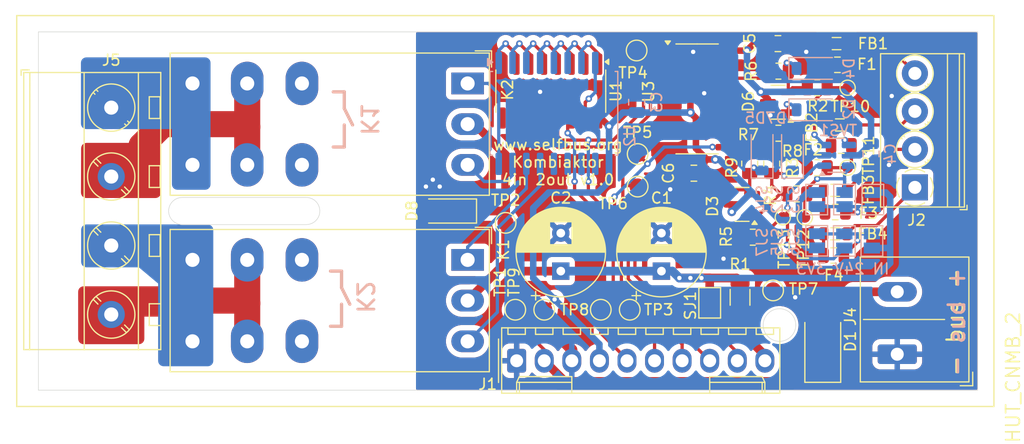
<source format=kicad_pcb>
(kicad_pcb (version 20240108) (generator "pcbnew") (generator_version "8.0")
  (layers (0 "F.Cu" signal) (31 "B.Cu" signal) (34 "B.Paste" user) (35 "F.Paste" user) (36 "B.SilkS" user "B.Silkscreen") (37 "F.SilkS" user "F.Silkscreen") (38 "B.Mask" user) (39 "F.Mask" user) (44 "Edge.Cuts" user))
  (net 0 "")
  (net 1 "GND")
  (net 2 "Net-(D2-K)")
  (net 3 "+3V3")
  (net 4 "VBUS")
  (net 5 "/EIB_DC")
  (net 6 "Net-(F1-Pad2)")
  (net 7 "Net-(F2-Pad2)")
  (net 8 "Net-(D5-K)")
  (net 9 "Net-(F3-Pad2)")
  (net 10 "Net-(D7-K)")
  (net 11 "Net-(F4-Pad2)")
  (net 12 "/IN1")
  (net 13 "/IN2")
  (net 14 "/IN3")
  (net 15 "/IN4")
  (net 16 "Net-(U2-O4)")
  (net 17 "Net-(U2-O3)")
  (net 18 "Net-(U2-O1)")
  (net 19 "Net-(U2-O2)")
  (net 24 "/PWM")
  (net 25 "/MOSI")
  (net 26 "/SSEL")
  (net 27 "/MISO")
  (net 28 "/SCK")
  (net 29 "/HV_2B")
  (net 30 "/HV_2A")
  (net 31 "/HV_1B")
  (net 32 "/HV_1A")
  (net 35 "Net-(D4-K)")
  (net 36 "/IO3F")
  (net 37 "/IO4F")
  (net 38 "/IO3")
  (net 39 "/I1D")
  (net 40 "/I2D")
  (net 41 "/I3D")
  (net 42 "/I4D")
  (net 44 "/O1")
  (net 45 "/O8")
  (net 46 "/O7")
  (net 47 "/O6")
  (net 48 "/O5")
  (net 49 "/O4")
  (net 50 "/O3")
  (net 51 "/O2")
  (net 52 "/IO4")
  (net 53 "VDD")
  (net 58 "Net-(TVS1-I{slash}O2)")
  (net 59 "Net-(TVS1-I{slash}O3)")
  (footprint "selfbus:HFE20-GENERIC-COMBO" (layer "F.Cu") (at 145.09 40.5 180)
    (property "Reference" "K2")
    (property "Value" "HFE20-1/24-1HSD-L2")
  )
  (footprint "Capacitor_THT:CP_Radial_D8.0mm_P3.50mm" (layer "F.Cu") (at 162.941 57.785 90)
    (property "Reference" "C1")
    (property "Value" "330µF/35V")
  )
  (footprint "TestPoint:TestPoint_Pad_D1.5mm" (layer "F.Cu") (at 173.228 59.563)
    (property "Reference" "TP7")
    (property "Value" "EIB_DC")
  )
  (footprint "selfbus:HUT_CNMB_2" (layer "F.Cu") (at 193.562092 70.251281 90)
    (property "Reference" "HUT_CNMB_2")
    (property "Value" "BOT")
    (fp_line (start 34.5 -88) (end 1.5 -88) (stroke (width 0.05)) (layer "Edge.Cuts"))
    (fp_line (start 1.5 -88) (end 1.5 -1.5) (stroke (width 0.05)) (layer "Edge.Cuts"))
    (fp_line (start 34.5 -1.5) (end 34.5 -88) (stroke (width 0.05)) (layer "Edge.Cuts"))
    (fp_line (start 1.5 -1.5) (end 34.5 -1.5) (stroke (width 0.05)) (layer "Edge.Cuts"))
  )
  (footprint "Diode_SMD:D_MiniMELF" (layer "F.Cu") (at 143.25 52.25 180)
    (property "Reference" "D8")
    (property "Value" "12V")
  )
  (footprint "Inductor_SMD:L_0805_2012Metric" (layer "F.Cu") (at 178.945 50.34625)
    (property "Reference" "FB3")
    (property "Value" "1.5kΩ@100MHz")
  )
  (footprint "TestPoint:TestPoint_Pad_D1.5mm" (layer "F.Cu") (at 160.75 50)
    (property "Reference" "TP6")
    (property "Value" "SCK")
  )
  (footprint "Inductor_SMD:L_0805_2012Metric" (layer "F.Cu") (at 179.07 36.83)
    (property "Reference" "FB1")
    (property "Value" "1.5kΩ@100MHz")
  )
  (footprint "Resistor_SMD:R_0805_2012Metric" (layer "F.Cu") (at 175.4075 50.673 180)
    (property "Reference" "R4")
    (property "Value" "1k")
  )
  (footprint "TestPoint:TestPoint_Pad_D1.0mm" (layer "F.Cu") (at 180.086 40.894)
    (property "Reference" "TP10")
    (property "Value" "IN1")
  )
  (footprint "Fuse:Fuse_0805_2012Metric" (layer "F.Cu") (at 179.4995 46.228 180)
    (property "Reference" "F2")
    (property "Value" "BSMD0805-005-33V")
  )
  (footprint "TestPoint:TestPoint_Pad_D1.0mm" (layer "F.Cu") (at 176.149 52.832)
    (property "Reference" "TP12")
    (property "Value" "IN3")
  )
  (footprint "Connector_Molex:Molex_KK-254_AE-6410-10A_1x10_P2.54mm_Vertical" (layer "F.Cu") (at 149.606 66.04)
    (property "Reference" "J1")
    (property "Value" "Con_CTRL")
  )
  (footprint "Capacitor_SMD:C_0805_2012Metric" (layer "F.Cu") (at 173.67 36.83)
    (property "Reference" "C5")
    (property "Value" "100n")
  )
  (footprint "Resistor_SMD:R_0805_2012Metric" (layer "F.Cu") (at 177.292 40.894 180)
    (property "Reference" "R2")
    (property "Value" "1k")
  )
  (footprint "Package_SO:SOIC-16_3.9x9.9mm_P1.27mm" (layer "F.Cu") (at 152.75 41.21 -90)
    (property "Reference" "U1")
    (property "Value" "74HC595")
  )
  (footprint "TestPoint:TestPoint_Pad_D1.5mm" (layer "F.Cu") (at 152.146 61.341)
    (property "Reference" "TP9")
    (property "Value" "3V3")
  )
  (footprint "Inductor_SMD:L_0805_2012Metric" (layer "F.Cu") (at 178.945 54.34625)
    (property "Reference" "FB4")
    (property "Value" "1.5kΩ@100MHz")
  )
  (footprint "selfbus:HFE20-GENERIC-COMBO" (layer "F.Cu") (at 145.09 56.75 180)
    (property "Reference" "K1")
    (property "Value" "HFE20-1/24-1HSD-L2")
  )
  (footprint "Capacitor_SMD:C_0805_2012Metric" (layer "F.Cu") (at 165.928 48.768 180)
    (property "Reference" "C6")
    (property "Value" "100n")
  )
  (footprint "Jumper:SolderJumper-2_P1.3mm_Open_Pad1.0x1.5mm" (layer "F.Cu") (at 167.386 60.706 90)
    (property "Reference" "SJ1")
    (property "Value" "RELAY_24V")
  )
  (footprint "TestPoint:TestPoint_Pad_D1.0mm" (layer "F.Cu") (at 174.117 52.832)
    (property "Reference" "TP13")
    (property "Value" "IN4")
  )
  (footprint "TestPoint:TestPoint_Pad_D1.5mm" (layer "F.Cu") (at 149.479 61.341)
    (property "Reference" "TP1")
    (property "Value" "VBUS")
  )
  (footprint "Inductor_SMD:L_0805_2012Metric" (layer "F.Cu") (at 179.3705 44.323)
    (property "Reference" "FB2")
    (property "Value" "1.5kΩ@100MHz")
  )
  (footprint "Resistor_SMD:R_0805_2012Metric" (layer "F.Cu") (at 171.069 47.879 -90)
    (property "Reference" "R9")
    (property "Value" "100")
  )
  (footprint "TestPoint:TestPoint_Pad_D1.5mm" (layer "F.Cu") (at 157.353 61.341)
    (property "Reference" "TP8")
    (property "Value" "PWM")
  )
  (footprint "Diode_SMD:D_SMA" (layer "F.Cu") (at 177.8 64.516 90)
    (property "Reference" "D1")
    (property "Value" "SMAJ40CA")
  )
  (footprint "Resistor_SMD:R_1206_3216Metric" (layer "F.Cu") (at 170.18 60.198 90)
    (property "Reference" "R1")
    (property "Value" "680")
  )
  (footprint "Package_TO_SOT_SMD:SOT-23" (layer "F.Cu") (at 173.6875 42.23 180)
    (property "Reference" "D6")
    (property "Value" "BAT54C")
  )
  (footprint "TestPoint:TestPoint_Pad_D1.5mm" (layer "F.Cu") (at 160.655 37.465)
    (property "Reference" "TP4")
    (property "Value" "SSEL")
  )
  (footprint "TestPoint:TestPoint_Pad_D1.0mm" (layer "F.Cu") (at 180.086 48.26)
    (property "Reference" "TP11")
    (property "Value" "IN2")
  )
  (footprint "Fuse:Fuse_0805_2012Metric" (layer "F.Cu") (at 178.8075 56.34625 180)
    (property "Reference" "F4")
    (property "Value" "BSMD0805-005-33V")
  )
  (footprint "Package_TO_SOT_SMD:SOT-23" (layer "F.Cu") (at 170.3555 51.6405 180)
    (property "Reference" "D3")
    (property "Value" "BAT54C")
  )
  (footprint "Resistor_SMD:R_0805_2012Metric" (layer "F.Cu") (at 173.7125 39.37 180)
    (property "Reference" "R6")
    (property "Value" "100")
  )
  (footprint "Resistor_SMD:R_0805_2012Metric" (layer "F.Cu") (at 177.292 48.26 180)
    (property "Reference" "R3")
    (property "Value" "1k")
  )
  (footprint "Resistor_SMD:R_0805_2012Metric" (layer "F.Cu") (at 173.101 47.879 90)
    (property "Reference" "R8")
    (property "Value" "100")
  )
  (footprint "TestPoint:TestPoint_Pad_D1.5mm" (layer "F.Cu") (at 160.75 47)
    (property "Reference" "TP5")
    (property "Value" "MISO")
  )
  (footprint "Resistor_SMD:R_0805_2012Metric" (layer "F.Cu") (at 173.7125 45.085 180)
    (property "Reference" "R7")
    (property "Value" "100")
  )
  (footprint "Fuse:Fuse_0805_2012Metric" (layer "F.Cu") (at 179.1485 38.7835 180)
    (property "Reference" "F1")
    (property "Value" "BSMD0805-005-33V")
  )
  (footprint "TerminalBlock_Phoenix:TerminalBlock_Phoenix_PT-1,5-4-3.5-H_1x04_P3.50mm_Horizontal" (layer "F.Cu") (at 186.2836 50.0732 90)
    (property "Reference" "J2")
    (property "Value" "Con_IO")
  )
  (footprint "selfbus:W243-211_1x02_P5.75" (layer "F.Cu") (at 184.658 65.44 90)
    (property "Reference" "J4")
    (property "Value" "EIB_WAGO_243-211")
  )
  (footprint "Capacitor_THT:CP_Radial_D8.0mm_P3.50mm" (layer "F.Cu") (at 153.67 57.785 90)
    (property "Reference" "C2")
    (property "Value" "330µF/35V")
  )
  (footprint "TestPoint:TestPoint_Pad_D1.5mm" (layer "F.Cu") (at 160.02 61.341)
    (property "Reference" "TP3")
    (property "Value" "MOSI")
  )
  (footprint "Package_SO:SO-16_3.9x9.9mm_P1.27mm" (layer "F.Cu") (at 166.225 41.925)
    (property "Reference" "U3")
    (property "Value" "74HC165")
  )
  (footprint "selfbus:TerminalBlock_MetzConnect_Type701_RT11L03HGLU_1x04_P6.35mm_Horizontal" (layer "F.Cu") (at 112.268 42.727996 -90)
    (property "Reference" "J5")
    (property "Value" "Con_230V")
  )
  (footprint "Fuse:Fuse_0805_2012Metric" (layer "F.Cu") (at 178.945 52.34625 180)
    (property "Reference" "F3")
    (property "Value" "BSMD0805-005-33V")
  )
  (footprint "TestPoint:TestPoint_Pad_D1.5mm" (layer "F.Cu") (at 148.59 53.34)
    (property "Reference" "TP2")
    (property "Value" "V_relay")
  )
  (footprint "Resistor_SMD:R_0805_2012Metric" (layer "F.Cu") (at 171.3503 54.6608 180)
    (property "Reference" "R5")
    (property "Value" "1k")
  )
  (footprint "Jumper:SolderJumper-2_P1.3mm_Open_Pad1.0x1.5mm" (layer "B.Cu") (at 182.3225 55.00625 90)
    (property "Reference" "SJ6")
    (property "Value" "IN4_VDD")
  )
  (footprint "Jumper:SolderJumper-2_P1.3mm_Open_Pad1.0x1.5mm" (layer "B.Cu") (at 179.7825 55.00625 90)
    (property "Reference" "SJ5")
    (property "Value" "IN4_INPUT")
  )
  (footprint "Capacitor_SMD:C_0805_2012Metric" (layer "B.Cu") (at 160.655 42.23 90)
    (property "Reference" "C3")
    (property "Value" "100n")
  )
  (footprint "Package_TO_SOT_SMD:SOT-23-6" (layer "B.Cu") (at 179.07 47.1225)
    (property "Reference" "TVS1")
    (property "Value" "USBLC6-4SC6")
  )
  (footprint "Jumper:SolderJumper-2_P1.3mm_Open_Pad1.0x1.5mm" (layer "B.Cu") (at 177.2425 51.19625 -90)
    (property "Reference" "SJ4")
    (property "Value" "IN3_3V3")
  )
  (footprint "Package_SO:SOIC-18W_7.5x11.6mm_P1.27mm" (layer "B.Cu") (at 153.035 43.255 -90)
    (property "Reference" "U2")
    (property "Value" "ULN2803A")
  )
  (footprint "Capacitor_SMD:C_0805_2012Metric" (layer "B.Cu") (at 182.245 46.99 90)
    (property "Reference" "C4")
    (property "Value" "100n")
  )
  (footprint "Diode_SMD:D_SOD-123" (layer "B.Cu") (at 172.21 46.862 90)
    (property "Reference" "D5")
    (property "Value" "DDZ9684")
  )
  (footprint "Diode_SMD:D_SOD-123" (layer "B.Cu") (at 177.038 42.926)
    (property "Reference" "D2")
    (property "Value" "DDZ9684")
  )
  (footprint "Diode_SMD:D_SOD-123" (layer "B.Cu") (at 175.006 46.862 90)
    (property "Reference" "D7")
    (property "Value" "DDZ9684")
  )
  (footprint "Jumper:SolderJumper-2_P1.3mm_Open_Pad1.0x1.5mm" (layer "B.Cu") (at 182.4075 51.19625 -90)
    (property "Reference" "SJ3")
    (property "Value" "IN3_VDD")
  )
  (footprint "Jumper:SolderJumper-2_P1.3mm_Open_Pad1.0x1.5mm" (layer "B.Cu") (at 179.8075 51.19625 -90)
    (property "Reference" "SJ2")
    (property "Value" "IN3_INPUT")
  )
  (footprint "Jumper:SolderJumper-2_P1.3mm_Open_Pad1.0x1.5mm" (layer "B.Cu") (at 177.2425 54.99125 90)
    (property "Reference" "SJ7")
    (property "Value" "IN4_3V3")
  )
  (footprint "Diode_SMD:D_SOD-123" (layer "B.Cu") (at 177.038 39.116)
    (property "Reference" "D4")
    (property "Value" "DDZ9684")
  )
  (gr_line (start 133.477 57.785) (end 133.477 59.309) (stroke (width 0.3048)) (layer "B.SilkS"))
  (gr_line (start 133.477 59.309) (end 134.239 60.833) (stroke (width 0.3048)) (layer "B.SilkS"))
  (gr_line (start 133.731 44.323) (end 133.731 46.355) (stroke (width 0.3048)) (layer "B.SilkS"))
  (gr_line (start 133.731 46.355) (end 132.715 46.355) (stroke (width 0.3048)) (layer "B.SilkS"))
  (gr_line (start 132.715 41.275) (end 133.731 41.275) (stroke (width 0.3048)) (layer "B.SilkS"))
  (gr_line (start 132.461 57.785) (end 133.477 57.785) (stroke (width 0.3048)) (layer "B.SilkS"))
  (gr_line (start 133.477 60.833) (end 133.477 62.865) (stroke (width 0.3048)) (layer "B.SilkS"))
  (gr_line (start 133.477 62.865) (end 132.461 62.865) (stroke (width 0.3048)) (layer "B.SilkS"))
  (gr_line (start 133.731 42.799) (end 134.493 44.323) (stroke (width 0.3048)) (layer "B.SilkS"))
  (gr_line (start 133.731 41.275) (end 133.731 42.799) (stroke (width 0.3048)) (layer "B.SilkS"))
  (gr_poly (pts (xy 130.342049 51.005032) (xy 130.562546 51.045046) (xy 130.772355 51.123789) (xy 130.964732 51.238729) (xy 131.133494 51.386172) (xy 131.273217 51.561379) (xy 131.37941 51.758719) (xy 131.44866 51.971849) (xy 131.478741 52.193919) (xy 131.468687 52.417792) (xy 131.418821 52.636271) (xy 131.330744 52.842336) (xy 131.207289 53.029362) (xy 131.052423 53.191339) (xy 130.871124 53.323061) (xy 130.669219 53.420294) (xy 130.453196 53.479912) (xy 130.23 53.5) (xy 118.8 53.5) (xy 118.687951 53.494968) (xy 118.467454 53.454954) (xy 118.257645 53.376211) (xy 118.065268 53.261271) (xy 117.896506 53.113828) (xy 117.756783 52.938621) (xy 117.65059 52.741281) (xy 117.58134 52.528151) (xy 117.551259 52.306081) (xy 117.561313 52.082208) (xy 117.611179 51.863729) (xy 117.699256 51.657664) (xy 117.822711 51.470638) (xy 117.977577 51.308661) (xy 118.158876 51.176939) (xy 118.360781 51.079706) (xy 118.576804 51.020088) (xy 118.8 51) (xy 130.23 51)) (stroke (width 0.05)) (fill none) (layer "Edge.Cuts"))
  (gr_circle (center 173.812092 62.751281) (end 175.312092 62.751281) (stroke (width 0.05)) (fill none) (layer "Edge.Cuts"))
  (gr_text "K1" (at 136.906 42.164 -90) (layer "B.SilkS") (effects (font (size 1.5 1.5) (thickness 0.25) (bold yes)) (justify right top mirror)))
  (gr_text "K2" (at 136.525 58.547 -90) (layer "B.SilkS") (effects (font (size 1.5 1.5) (thickness 0.25) (bold yes)) (justify right top mirror)))
  (gr_text "+ bus -" (at 191.008 62.484 90) (layer "B.SilkS") (effects (font (size 1.5 1.5) (thickness 0.25) (bold yes)) (justify bottom mirror)))
  (gr_text "IN 24V 3V3" (at 184.023 58.166 0) (layer "B.SilkS") (effects (font (size 1 1) (thickness 0.15) (bold yes)) (justify left bottom mirror)))
  (gr_text "www.selfbus.org\nKombiaktor\n4in 2out v1.0" (at 153.416 47.75 0) (layer "F.SilkS") (effects (font (size 1 1))))
  (gr_text "- bus +" (at 189.992 62.484 90) (layer "F.SilkS") (effects (font (size 1.5 1.5) (thickness 0.2))))
  (segment (start 154.686 65.024) (end 153.416 63.754) (width 1) (layer "F.Cu") (net 1))
  (segment (start 154.686 66.04) (end 154.686 65.024) (width 1) (layer "F.Cu") (net 1))
  (via (at 172.974 43.434) (size 0.8) (drill 0.4) (layers "F.Cu" "B.Cu") (net 1))
  (via (at 183.896 48.006) (size 0.8) (drill 0.4) (layers "F.Cu" "B.Cu") (net 1))
  (via (at 168.656 56.642) (size 0.8) (drill 0.4) (layers "F.Cu" "B.Cu") (net 1))
  (via (at 163.75 50.25) (size 0.8) (drill 0.4) (layers "F.Cu" "B.Cu") (net 1))
  (via (at 175.26 60.198) (size 0.8) (drill 0.4) (layers "F.Cu" "B.Cu") (net 1))
  (via (at 166.878 41.402) (size 0.8) (drill 0.4) (layers "F.Cu" "B.Cu") (net 1))
  (via (at 141.25 50) (size 0.8) (drill 0.4) (layers "F.Cu" "B.Cu") (net 1))
  (via (at 176.276 37.592) (size 0.8) (drill 0.4) (layers "F.Cu" "B.Cu") (net 1))
  (via (at 142.52 50) (size 0.8) (drill 0.4) (layers "F.Cu" "B.Cu") (net 1))
  (via (at 165.862 37.592) (size 0.8) (drill 0.4) (layers "F.Cu" "B.Cu") (net 1))
  (via (at 151.765 41.275) (size 0.8) (drill 0.4) (layers "F.Cu" "B.Cu") (net 1))
  (via (at 184.15 41.656) (size 0.8) (drill 0.4) (layers "F.Cu" "B.Cu") (net 1))
  (via (at 141.885 49.365) (size 0.8) (drill 0.4) (layers "F.Cu" "B.Cu") (net 1))
  (segment (start 174.625 46.5055) (end 176.3795 48.26) (width 0.3) (layer "F.Cu") (net 2))
  (segment (start 174.625 42.545) (end 174.625 43.18) (width 0.3) (layer "F.Cu") (net 2))
  (segment (start 174.625 45.085) (end 174.625 46.5055) (width 0.3) (layer "F.Cu") (net 2))
  (segment (start 174.625 43.18) (end 174.625 45.085) (width 0.3) (layer "F.Cu") (net 2))
  (segment (start 174.498 42.418) (end 174.625 42.545) (width 0.3) (layer "F.Cu") (net 2))
  (via (at 174.498 42.418) (size 0.6) (drill 0.3) (layers "F.Cu" "B.Cu") (net 2))
  (segment (start 174.88 42.418) (end 175.388 42.926) (width 0.3) (layer "B.Cu") (net 2))
  (segment (start 174.498 42.418) (end 174.88 42.418) (width 0.3) (layer "B.Cu") (net 2))
  (segment (start 170.8 37.48) (end 168.8 37.48) (width 0.6) (layer "F.Cu") (net 3))
  (segment (start 172.72 36.83) (end 171.45 36.83) (width 0.6) (layer "F.Cu") (net 3))
  (segment (start 166.878 47.752) (end 166.878 48.768) (width 0.6) (layer "F.Cu") (net 3))
  (segment (start 171.45 36.83) (end 170.8 37.48) (width 0.6) (layer "F.Cu") (net 3))
  (segment (start 169.418 51.6405) (end 169.418 52.324) (width 0.6) (layer "F.Cu") (net 3))
  (segment (start 165.608 43.18) (end 166.116 43.688) (width 0.6) (layer "F.Cu") (net 3))
  (segment (start 165.608 39.878) (end 168.006 37.48) (width 0.6) (layer "F.Cu") (net 3))
  (segment (start 157.195 43.685) (end 157.35 43.685) (width 0.6) (layer "F.Cu") (net 3))
  (segment (start 152.146 61.341) (end 153.0985 60.3885) (width 0.3) (layer "F.Cu") (net 3))
  (segment (start 167.894 47.498) (end 167.132 47.498) (width 0.6) (layer "F.Cu") (net 3))
  (segment (start 157.35 43.685) (end 158.115 44.45) (width 0.6) (layer "F.Cu") (net 3))
  (segment (start 165.608 43.18) (end 165.608 39.878) (width 0.6) (layer "F.Cu") (net 3))
  (segment (start 168.006 37.48) (end 168.8 37.48) (width 0.6) (layer "F.Cu") (net 3))
  (segment (start 166.116 43.688) (end 166.116 46.482) (width 0.6) (layer "F.Cu") (net 3))
  (segment (start 167.132 47.498) (end 166.878 47.752) (width 0.6) (layer "F.Cu") (net 3))
  (segment (start 172.75 42.23) (end 172.75 41.94) (width 0.6) (layer "F.Cu") (net 3))
  (segment (start 166.116 46.482) (end 167.132 47.498) (width 0.6) (layer "F.Cu") (net 3))
  (segment (start 172.75 41.94) (end 172.085 41.275) (width 0.6) (layer "F.Cu") (net 3))
  (via (at 172.085 41.275) (size 0.8) (drill 0.4) (layers "F.Cu" "B.Cu") (net 3))
  (via (at 165.608 43.18) (size 0.8) (drill 0.4) (layers "F.Cu" "B.Cu") (net 3))
  (via (at 153.0985 60.3885) (size 0.8) (drill 0.4) (layers "F.Cu" "B.Cu") (net 3))
  (via (at 169.418 52.324) (size 0.8) (drill 0.4) (layers "F.Cu" "B.Cu") (net 3))
  (via (at 167.894 47.498) (size 0.8) (drill 0.4) (layers "F.Cu" "B.Cu") (net 3))
  (via (at 170.815 37.48) (size 0.8) (drill 0.4) (layers "F.Cu" "B.Cu") (net 3))
  (via (at 158.115 44.45) (size 0.8) (drill 0.4) (layers "F.Cu" "B.Cu") (net 3))
  (segment (start 151.13 51.9684) (end 151.13 58.42) (width 0.6) (layer "B.Cu") (net 3))
  (segment (start 182.245 43.815) (end 182.245 46.04) (width 0.6) (layer "B.Cu") (net 3))
  (segment (start 158.115 47.905) (end 158.115 45.085) (width 0.6) (layer "B.Cu") (net 3))
  (segment (start 175.6075 54.95625) (end 175.6075 53.08625) (width 0.6) (layer "B.Cu") (net 3))
  (segment (start 173.83785 53.08625) (end 175.6075 53.08625) (width 0.6) (layer "B.Cu") (net 3))
  (segment (start 152.5524 50.546) (end 151.13 51.9684) (width 0.6) (layer "B.Cu") (net 3))
  (segment (start 168.2496 47.498) (end 171.2468 50.4952) (width 0.6) (layer "B.Cu") (net 3))
  (segment (start 172.085 41.275) (end 179.705 41.275) (width 0.6) (layer "B.Cu") (net 3))
  (segment (start 158.115 49.53) (end 157.099 50.546) (width 0.6) (layer "B.Cu") (net 3))
  (segment (start 170.815 37.48) (end 170.815 40.005) (width 0.6) (layer "B.Cu") (net 3))
  (segment (start 169.418 52.324) (end 171.2468 50.4952) (width 0.6) (layer "B.Cu") (net 3))
  (segment (start 151.13 58.42) (end 153.0985 60.3885) (width 0.6) (layer "B.Cu") (net 3))
  (segment (start 157.099 50.546) (end 152.5524 50.546) (width 0.6) (layer "B.Cu") (net 3))
  (segment (start 158.115 47.905) (end 158.115 49.53) (width 0.6) (layer "B.Cu") (net 3))
  (segment (start 177.2425 50.54625) (end 176.4075 50.54625) (width 0.6) (layer "B.Cu") (net 3))
  (segment (start 167.894 47.498) (end 168.2496 47.498) (width 0.6) (layer "B.Cu") (net 3))
  (segment (start 176.4075 50.54625) (end 175.6075 51.34625) (width 0.6) (layer "B.Cu") (net 3))
  (segment (start 179.705 41.275) (end 182.245 43.815) (width 0.6) (layer "B.Cu") (net 3))
  (segment (start 181.1625 47.1225) (end 182.245 46.04) (width 0.6) (layer "B.Cu") (net 3))
  (segment (start 175.6075 51.34625) (end 175.6075 53.08625) (width 0.6) (layer "B.Cu") (net 3))
  (segment (start 176.2925 55.64125) (end 175.6075 54.95625) (width 0.6) (layer "B.Cu") (net 3))
  (segment (start 158.115 45.085) (end 158.115 44.45) (width 0.6) (layer "B.Cu") (net 3))
  (segment (start 180.2075 47.1225) (end 181.1625 47.1225) (width 0.6) (layer "B.Cu") (net 3))
  (segment (start 157.226 64.516) (end 157.226 66.04) (width 0.6) (layer "B.Cu") (net 3))
  (segment (start 153.0985 60.3885) (end 157.226 64.516) (width 0.6) (layer "B.Cu") (net 3))
  (segment (start 177.2425 55.64125) (end 176.2925 55.64125) (width 0.6) (layer "B.Cu") (net 3))
  (segment (start 158.115 44.45) (end 159.385 43.18) (width 0.6) (layer "B.Cu") (net 3))
  (segment (start 171.2468 50.4952) (end 173.83785 53.08625) (width 0.6) (layer "B.Cu") (net 3))
  (segment (start 160.655 43.18) (end 165.608 43.18) (width 0.6) (layer "B.Cu") (net 3))
  (segment (start 170.815 40.005) (end 172.085 41.275) (width 0.6) (layer "B.Cu") (net 3))
  (segment (start 159.385 43.18) (end 160.655 43.18) (width 0.6) (layer "B.Cu") (net 3))
  (segment (start 174.371 67.945) (end 175.514 66.802) (width 0.8) (layer "F.Cu") (net 4))
  (segment (start 152.146 66.04) (end 152.146 65.024) (width 0.3) (layer "F.Cu") (net 4))
  (segment (start 184.658 59.69) (end 180.626 59.69) (width 0.8) (layer "F.Cu") (net 4))
  (segment (start 152.146 65.024) (end 149.479 62.357) (width 0.3) (layer "F.Cu") (net 4))
  (segment (start 177.768 62.516) (end 177.8 62.516) (width 0.8) (layer "F.Cu") (net 4))
  (segment (start 154.051 67.945) (end 174.371 67.945) (width 0.8) (layer "F.Cu") (net 4))
  (segment (start 175.514 64.77) (end 177.768 62.516) (width 0.8) (layer "F.Cu") (net 4))
  (segment (start 175.514 66.802) (end 175.514 64.77) (width 0.8) (layer "F.Cu") (net 4))
  (segment (start 180.626 59.69) (end 177.8 62.516) (width 0.8) (layer "F.Cu") (net 4))
  (segment (start 152.146 66.04) (end 154.051 67.945) (width 0.8) (layer "F.Cu") (net 4))
  (segment (start 149.479 62.357) (end 149.479 61.341) (width 0.3) (layer "F.Cu") (net 4))
  (segment (start 172.466 65.532) (end 170.18 63.246) (width 0.8) (layer "F.Cu") (net 5))
  (segment (start 170.18 61.6605) (end 170.7495 61.6605) (width 0.3) (layer "F.Cu") (net 5))
  (segment (start 170.18 61.6605) (end 167.6905 61.6605) (width 0.8) (layer "F.Cu") (net 5))
  (segment (start 170.7495 61.6605) (end 172.847 59.563) (width 0.3) (layer "F.Cu") (net 5))
  (segment (start 170.18 63.246) (end 170.18 61.6605) (width 0.8) (layer "F.Cu") (net 5))
  (segment (start 172.466 66.04) (end 172.466 65.532) (width 0.8) (layer "F.Cu") (net 5))
  (segment (start 172.847 59.563) (end 173.228 59.563) (width 0.3) (layer "F.Cu") (net 5))
  (segment (start 167.6905 61.6605) (end 167.386 61.356) (width 0.8) (layer "F.Cu") (net 5))
  (segment (start 178.211 37.0335) (end 178.0075 36.83) (width 0.3) (layer "F.Cu") (net 6))
  (segment (start 178.211 38.7835) (end 178.211 37.0335) (width 0.3) (layer "F.Cu") (net 6))
  (segment (start 178.562 44.577) (end 178.308 44.323) (width 0.3) (layer "F.Cu") (net 7))
  (segment (start 178.562 46.228) (end 178.562 44.577) (width 0.3) (layer "F.Cu") (net 7))
  (segment (start 171.069 50.4665) (end 171.293 50.6905) (width 0.3) (layer "F.Cu") (net 8))
  (segment (start 170.4378 54.6608) (end 168.7068 54.6608) (width 0.3) (layer "F.Cu") (net 8))
  (segment (start 168.656 50.292) (end 170.8945 50.292) (width 0.3) (layer "F.Cu") (net 8))
  (segment (start 171.069 48.641) (end 171.45 48.26) (width 0.3) (layer "F.Cu") (net 8))
  (segment (start 168.148 54.102) (end 168.148 50.8) (width 0.3) (layer "F.Cu") (net 8))
  (segment (start 170.8945 50.292) (end 171.293 50.6905) (width 0.3) (layer "F.Cu") (net 8))
  (segment (start 171.069 48.7915) (end 171.069 48.641) (width 0.3) (layer "F.Cu") (net 8))
  (segment (start 168.148 50.8) (end 168.656 50.292) (width 0.3) (layer "F.Cu") (net 8))
  (segment (start 168.7068 54.6608) (end 168.148 54.102) (width 0.3) (layer "F.Cu") (net 8))
  (segment (start 171.069 48.7915) (end 171.069 50.4665) (width 0.3) (layer "F.Cu") (net 8))
  (via (at 171.45 48.26) (size 0.6) (drill 0.3) (layers "F.Cu" "B.Cu") (net 8))
  (segment (start 171.702 48.512) (end 171.45 48.26) (width 0.3) (layer "B.Cu") (net 8))
  (segment (start 172.21 48.512) (end 171.702 48.512) (width 0.3) (layer "B.Cu") (net 8))
  (segment (start 177.8825 52.22125) (end 178.0075 52.34625) (width 0.3) (layer "F.Cu") (net 9))
  (segment (start 177.8825 50.34625) (end 177.8825 52.22125) (width 0.3) (layer "F.Cu") (net 9))
  (segment (start 174.244 49.022) (end 174.0135 48.7915) (width 0.3) (layer "F.Cu") (net 10))
  (segment (start 174.0135 48.7915) (end 173.101 48.7915) (width 0.3) (layer "F.Cu") (net 10))
  (segment (start 171.293 52.5905) (end 171.9455 52.5905) (width 0.3) (layer "F.Cu") (net 10))
  (segment (start 173.899 50.673) (end 173.101 49.875) (width 0.3) (layer "F.Cu") (net 10))
  (segment (start 171.9455 52.5905) (end 173.863 50.673) (width 0.3) (layer "F.Cu") (net 10))
  (segment (start 174.495 50.673) (end 173.899 50.673) (width 0.3) (layer "F.Cu") (net 10))
  (segment (start 173.101 48.7915) (end 173.101 49.875) (width 0.3) (layer "F.Cu") (net 10))
  (segment (start 173.863 50.673) (end 173.899 50.673) (width 0.3) (layer "F.Cu") (net 10))
  (via (at 174.244 49.022) (size 0.6) (drill 0.3) (layers "F.Cu" "B.Cu") (net 10))
  (segment (start 174.754 48.512) (end 175.006 48.512) (width 0.3) (layer "B.Cu") (net 10))
  (segment (start 174.244 49.022) (end 174.754 48.512) (width 0.3) (layer "B.Cu") (net 10))
  (segment (start 177.87 54.35875) (end 177.8825 54.34625) (width 0.3) (layer "F.Cu") (net 11))
  (segment (start 177.87 56.34625) (end 177.87 54.35875) (width 0.3) (layer "F.Cu") (net 11))
  (segment (start 180.1325 36.83) (end 183.605919 36.83) (width 0.3) (layer "F.Cu") (net 12))
  (segment (start 183.605919 36.83) (end 186.2836 39.507681) (width 0.3) (layer "F.Cu") (net 12))
  (segment (start 186.2836 39.507681) (end 186.2836 39.5732) (width 0.3) (layer "F.Cu") (net 12))
  (segment (start 185.0338 44.323) (end 186.2836 43.0732) (width 0.3) (layer "F.Cu") (net 13))
  (segment (start 180.433 44.323) (end 185.0338 44.323) (width 0.3) (layer "F.Cu") (net 13))
  (segment (start 176.149 50.51725) (end 176.32 50.34625) (width 0.3) (layer "F.Cu") (net 14))
  (segment (start 177.292 49.276) (end 176.32 50.248) (width 0.3) (layer "F.Cu") (net 14))
  (segment (start 176.32 50.248) (end 176.32 50.673) (width 0.3) (layer "F.Cu") (net 14))
  (segment (start 176.149 52.832) (end 176.149 50.51725) (width 0.3) (layer "F.Cu") (net 14))
  (via (at 177.292 49.276) (size 0.6) (drill 0.3) (layers "F.Cu" "B.Cu") (net 14))
  (segment (start 179.8075 50.54625) (end 179.8075 49.5545) (width 0.3) (layer "B.Cu") (net 14))
  (segment (start 180.2075 48.3925) (end 180.2075 48.0725) (width 0.3) (layer "B.Cu") (net 14))
  (segment (start 179.8075 49.276) (end 177.292 49.276) (width 0.3) (layer "B.Cu") (net 14))
  (segment (start 179.8075 48.7925) (end 180.2075 48.3925) (width 0.3) (layer "B.Cu") (net 14))
  (segment (start 179.8075 49.5545) (end 179.8075 49.276) (width 0.3) (layer "B.Cu") (net 14))
  (segment (start 179.8075 49.5545) (end 179.8075 48.7925) (width 0.3) (layer "B.Cu") (net 14))
  (segment (start 174.5488 52.4002) (end 174.117 52.832) (width 0.3) (layer "F.Cu") (net 15))
  (segment (start 172.2628 54.5592) (end 172.2628 54.6608) (width 0.3) (layer "F.Cu") (net 15))
  (segment (start 173.99 52.832) (end 172.2628 54.5592) (width 0.3) (layer "F.Cu") (net 15))
  (segment (start 174.498 55.372) (end 174.5488 55.3212) (width 0.3) (layer "F.Cu") (net 15))
  (segment (start 174.5488 51.9684) (end 174.5488 52.4002) (width 0.3) (layer "F.Cu") (net 15))
  (segment (start 174.117 52.832) (end 173.99 52.832) (width 0.3) (layer "F.Cu") (net 15))
  (segment (start 174.5488 55.3212) (end 174.5488 52.4002) (width 0.3) (layer "F.Cu") (net 15))
  (via (at 174.5488 51.9684) (size 0.6) (drill 0.3) (layers "F.Cu" "B.Cu") (net 15))
  (via (at 174.498 55.372) (size 0.6) (drill 0.3) (layers "F.Cu" "B.Cu") (net 15))
  (segment (start 178.79675 56.642) (end 179.7825 55.65625) (width 0.3) (layer "B.Cu") (net 15))
  (segment (start 174.5488 50.7492) (end 177.2255 48.0725) (width 0.3) (layer "B.Cu") (net 15))
  (segment (start 177.2255 48.0725) (end 177.9325 48.0725) (width 0.3) (layer "B.Cu") (net 15))
  (segment (start 174.5488 51.9684) (end 174.5488 50.7492) (width 0.3) (layer "B.Cu") (net 15))
  (segment (start 174.498 55.372) (end 175.768 56.642) (width 0.3) (layer "B.Cu") (net 15))
  (segment (start 175.768 56.642) (end 178.79675 56.642) (width 0.3) (layer "B.Cu") (net 15))
  (segment (start 147.828 61.5662) (end 145.1442 64.25) (width 0.3) (layer "B.Cu") (net 16))
  (segment (start 151.765 49.911) (end 147.828 53.848) (width 0.3) (layer "B.Cu") (net 16))
  (segment (start 147.828 53.848) (end 147.828 61.5662) (width 0.3) (layer "B.Cu") (net 16))
  (segment (start 151.765 47.905) (end 151.765 49.911) (width 0.3) (layer "B.Cu") (net 16))
  (segment (start 145.09 55.57) (end 150.495 50.165) (width 0.3) (layer "B.Cu") (net 17))
  (segment (start 145.09 56.75) (end 145.09 55.57) (width 0.3) (layer "B.Cu") (net 17))
  (segment (start 150.495 50.165) (end 150.495 47.905) (width 0.3) (layer "B.Cu") (net 17))
  (segment (start 147.955 41.455) (end 147.955 47.905) (width 0.3) (layer "B.Cu") (net 18))
  (segment (start 147 40.5) (end 147.955 41.455) (width 0.3) (layer "B.Cu") (net 18))
  (segment (start 145.09 40.5) (end 147 40.5) (width 0.3) (layer "B.Cu") (net 18))
  (segment (start 145 48.25) (end 145 47.75) (width 0.3) (layer "B.Cu") (net 19))
  (segment (start 149.225 48.929999) (end 148.624999 49.53) (width 0.3) (layer "B.Cu") (net 19))
  (segment (start 146.62 49.53) (end 148.624999 49.53) (width 0.3) (layer "B.Cu") (net 19))
  (segment (start 149.225 47.905) (end 149.225 48.929999) (width 0.3) (layer "B.Cu") (net 19))
  (segment (start 145.09 48) (end 146.62 49.53) (width 0.3) (layer "B.Cu") (net 19))
  (segment (start 157.353 61.341) (end 157.353 63.5) (width 0.3) (layer "F.Cu") (net 24))
  (segment (start 159.766 65.913) (end 159.766 66.04) (width 0.3) (layer "F.Cu") (net 24))
  (segment (start 157.353 63.5) (end 159.766 65.913) (width 0.3) (layer "F.Cu") (net 24))
  (segment (start 154.94 50.292) (end 154.94 49.53) (width 0.3) (layer "F.Cu") (net 25))
  (segment (start 158.5 59.821) (end 158.5 53.852) (width 0.3) (layer "F.Cu") (net 25))
  (segment (start 162.306 66.04) (end 162.306 63.627) (width 0.3) (layer "F.Cu") (net 25))
  (segment (start 160.02 61.341) (end 158.5 59.821) (width 0.3) (layer "F.Cu") (net 25))
  (segment (start 162.306 63.627) (end 160.02 61.341) (width 0.3) (layer "F.Cu") (net 25))
  (segment (start 154.305 44.035) (end 154.305 45.07) (width 0.3) (layer "F.Cu") (net 25))
  (segment (start 158.5 53.852) (end 154.94 50.292) (width 0.3) (layer "F.Cu") (net 25))
  (segment (start 154.655 43.685) (end 154.305 44.035) (width 0.3) (layer "F.Cu") (net 25))
  (via (at 154.305 45.07) (size 0.6) (drill 0.3) (layers "F.Cu" "B.Cu") (net 25))
  (via (at 154.94 49.53) (size 0.6) (drill 0.3) (layers "F.Cu" "B.Cu") (net 25))
  (segment (start 154.94 49.53) (end 154.94 45.705) (width 0.3) (layer "B.Cu") (net 25))
  (segment (start 154.94 45.705) (end 154.305 45.07) (width 0.3) (layer "B.Cu") (net 25))
  (segment (start 158.496 45.72) (end 161.29 42.926) (width 0.3) (layer "F.Cu") (net 26))
  (segment (start 156.21 50.546) (end 156.21 49.53) (width 0.3) (layer "F.Cu") (net 26))
  (segment (start 164.846 64.516) (end 159.25 58.92) (width 0.3) (layer "F.Cu") (net 26))
  (segment (start 162.545 37.48) (end 163.65 37.48) (width 0.3) (layer "F.Cu") (net 26))
  (segment (start 161.29 38.735) (end 161.6075 38.4175) (width 0.3) (layer "F.Cu") (net 26))
  (segment (start 153.385 43.685) (end 153.385 45.355) (width 0.3) (layer "F.Cu") (net 26))
  (segment (start 160.655 37.465) (end 161.6075 38.4175) (width 0.3) (layer "F.Cu") (net 26))
  (segment (start 159.25 53.586) (end 156.21 50.546) (width 0.3) (layer "F.Cu") (net 26))
  (segment (start 159.25 58.92) (end 159.25 53.586) (width 0.3) (layer "F.Cu") (net 26))
  (segment (start 153.385 45.355) (end 153.75 45.72) (width 0.3) (layer "F.Cu") (net 26))
  (segment (start 161.6075 38.4175) (end 162.545 37.48) (width 0.3) (layer "F.Cu") (net 26))
  (segment (start 164.846 66.04) (end 164.846 64.516) (width 0.3) (layer "F.Cu") (net 26))
  (segment (start 153.75 45.72) (end 158.496 45.72) (width 0.3) (layer "F.Cu") (net 26))
  (segment (start 161.29 42.926) (end 161.29 38.735) (width 0.3) (layer "F.Cu") (net 26))
  (via (at 156.21 49.53) (size 0.6) (drill 0.3) (layers "F.Cu" "B.Cu") (net 26))
  (via (at 156.21 45.705) (size 0.6) (drill 0.3) (layers "F.Cu" "B.Cu") (net 26))
  (segment (start 156.21 49.53) (end 156.21 45.705) (width 0.3) (layer "B.Cu") (net 26))
  (segment (start 159.885 58.539) (end 167.386 66.04) (width 0.3) (layer "F.Cu") (net 27))
  (segment (start 159.885 53.205) (end 159.885 58.539) (width 0.3) (layer "F.Cu") (net 27))
  (segment (start 167.64 46.355) (end 168.785 46.355) (width 0.3) (layer "F.Cu") (net 27))
  (segment (start 160.75 47) (end 161.65 47.9) (width 0.3) (layer "F.Cu") (net 27))
  (segment (start 158.623 50.927) (end 158.623 51.943) (width 0.3) (layer "F.Cu") (net 27))
  (segment (start 168.785 46.355) (end 168.8 46.37) (width 0.3) (layer "F.Cu") (net 27))
  (segment (start 158.623 51.943) (end 159.885 53.205) (width 0.3) (layer "F.Cu") (net 27))
  (via (at 158.623 50.927) (size 0.6) (drill 0.3) (layers "F.Cu" "B.Cu") (net 27))
  (via (at 167.64 46.355) (size 0.6) (drill 0.3) (layers "F.Cu" "B.Cu") (net 27))
  (via (at 161.65 47.9) (size 0.6) (drill 0.3) (layers "F.Cu" "B.Cu") (net 27))
  (segment (start 161.65 47.9) (end 158.623 50.927) (width 0.3) (layer "B.Cu") (net 27))
  (segment (start 167.64 46.355) (end 163.195 46.355) (width 0.3) (layer "B.Cu") (net 27))
  (segment (start 163.195 46.355) (end 161.65 47.9) (width 0.3) (layer "B.Cu") (net 27))
  (segment (start 161.925 39.37) (end 161.925 43.307) (width 0.3) (layer "F.Cu") (net 28))
  (segment (start 152.115 43.685) (end 150.845 43.685) (width 0.3) (layer "F.Cu") (net 28))
  (segment (start 160.661 49.911) (end 159.385 49.911) (width 0.3) (layer "F.Cu") (net 28))
  (segment (start 152.115 45.115) (end 152.115 43.685) (width 0.3) (layer "F.Cu") (net 28))
  (segment (start 160.5 52.804) (end 159.385 51.689) (width 0.3) (layer "F.Cu") (net 28))
  (segment (start 168.648 64) (end 166.362 64) (width 0.3) (layer "F.Cu") (net 28))
  (segment (start 162.545 38.75) (end 161.925 39.37) (width 0.3) (layer "F.Cu") (net 28))
  (segment (start 163.65 38.75) (end 162.545 38.75) (width 0.3) (layer "F.Cu") (net 28))
  (segment (start 159.385 49.911) (end 159.385 50.165) (width 0.3) (layer "F.Cu") (net 28))
  (segment (start 169.926 66.04) (end 169.926 65.278) (width 0.3) (layer "F.Cu") (net 28))
  (segment (start 169.926 65.278) (end 168.648 64) (width 0.3) (layer "F.Cu") (net 28))
  (segment (start 153.355 46.355) (end 152.115 45.115) (width 0.3) (layer "F.Cu") (net 28))
  (segment (start 159.385 51.689) (end 159.385 50.165) (width 0.3) (layer "F.Cu") (net 28))
  (segment (start 159.385 50.165) (end 159.385 46.355) (width 0.3) (layer "F.Cu") (net 28))
  (segment (start 160.75 50) (end 160.661 49.911) (width 0.3) (layer "F.Cu") (net 28))
  (segment (start 159.385 45.847) (end 159.385 46.355) (width 0.3) (layer "F.Cu") (net 28))
  (segment (start 160.5 58.138) (end 160.5 52.804) (width 0.3) (layer "F.Cu") (net 28))
  (segment (start 161.925 43.307) (end 159.385 45.847) (width 0.3) (layer "F.Cu") (net 28))
  (segment (start 166.362 64) (end 160.5 58.138) (width 0.3) (layer "F.Cu") (net 28))
  (segment (start 159.385 46.355) (end 153.355 46.355) (width 0.3) (layer "F.Cu") (net 28))
  (segment (start 112.268 42.727996) (end 112.268 41.826047) (width 2.4) (layer "B.Cu") (net 29))
  (segment (start 119.75 48) (end 119.75 40.5) (width 2.4) (layer "B.Cu") (net 29))
  (segment (start 112.268 41.826047) (end 113.594047 40.5) (width 2.4) (layer "B.Cu") (net 29))
  (segment (start 113.594047 40.5) (end 119.75 40.5) (width 2.4) (layer "B.Cu") (net 29))
  (segment (start 112.268 49.077996) (end 113.736004 49.077996) (width 2.4) (layer "F.Cu") (net 30))
  (segment (start 121.5 44.25) (end 124.54 44.25) (width 2.4) (layer "F.Cu") (net 30))
  (segment (start 124.79 44.5) (end 124.79 48) (width 2.4) (layer "F.Cu") (net 30))
  (segment (start 113.736004 49.077996) (end 115.062 47.752) (width 2.4) (layer "F.Cu") (net 30))
  (segment (start 118 44.25) (end 121.5 44.25) (width 1.8) (layer "F.Cu") (net 30))
  (segment (start 115.062 46.228) (end 117.04 44.25) (width 2.4) (layer "F.Cu") (net 30))
  (segment (start 124.79 40.5) (end 124.79 44.5) (width 2.4) (layer "F.Cu") (net 30))
  (segment (start 117.04 44.25) (end 118 44.25) (width 2.4) (layer "F.Cu") (net 30))
  (segment (start 124.54 44.25) (end 124.79 44.5) (width 2.4) (layer "F.Cu") (net 30))
  (segment (start 115.062 47.752) (end 115.062 46.228) (width 2.4) (layer "F.Cu") (net 30))
  (segment (start 118.427996 55.427996) (end 112.268 55.427996) (width 2.4) (layer "B.Cu") (net 31))
  (segment (start 119.75 56.75) (end 118.427996 55.427996) (width 2.4) (layer "B.Cu") (net 31))
  (segment (start 119.75 56.75) (end 119.75 59.75) (width 2.4) (layer "B.Cu") (net 31))
  (segment (start 119.75 59.75) (end 119.75 64.25) (width 2.4) (layer "B.Cu") (net 31))
  (segment (start 112.261703 61.784293) (end 113.545996 60.5) (width 2.4) (layer "F.Cu") (net 32))
  (segment (start 124.54 60.5) (end 124.79 60.75) (width 2.4) (layer "F.Cu") (net 32))
  (segment (start 118 60.5) (end 121.5 60.5) (width 1.8) (layer "F.Cu") (net 32))
  (segment (start 121.5 60.5) (end 124.54 60.5) (width 2.4) (layer "F.Cu") (net 32))
  (segment (start 124.79 60.75) (end 124.79 64.25) (width 2.4) (layer "F.Cu") (net 32))
  (segment (start 113.545996 60.5) (end 118 60.5) (width 2.4) (layer "F.Cu") (net 32))
  (segment (start 124.79 56.75) (end 124.79 60.75) (width 2.4) (layer "F.Cu") (net 32))
  (segment (start 176.3795 40.894) (end 175.011 40.894) (width 0.3) (layer "F.Cu") (net 35))
  (segment (start 175.011 40.894) (end 174.625 41.28) (width 0.3) (layer "F.Cu") (net 35))
  (segment (start 174.625 41.28) (end 174.625 39.37) (width 0.3) (layer "F.Cu") (net 35))
  (segment (start 174.625 38.735) (end 174.498 38.608) (width 0.3) (layer "F.Cu") (net 35))
  (segment (start 174.625 39.37) (end 174.625 38.735) (width 0.3) (layer "F.Cu") (net 35))
  (via (at 174.498 38.608) (size 0.6) (drill 0.3) (layers "F.Cu" "B.Cu") (net 35))
  (segment (start 174.88 38.608) (end 175.388 39.116) (width 0.3) (layer "B.Cu") (net 35))
  (segment (start 174.498 38.608) (end 174.88 38.608) (width 0.3) (layer "B.Cu") (net 35))
  (segment (start 179.8825 52.34625) (end 181.0075 52.34625) (width 0.3) (layer "F.Cu") (net 36))
  (via (at 181.0075 52.34625) (size 0.6) (drill 0.3) (layers "F.Cu" "B.Cu") (net 36))
  (segment (start 179.7825 51.81625) (end 179.7825 52.03625) (width 0.3) (layer "B.Cu") (net 36))
  (segment (start 177.2425 51.84625) (end 179.8075 51.84625) (width 0.3) (layer "B.Cu") (net 36))
  (segment (start 181.0075 52.34625) (end 181.0075 51.84625) (width 0.3) (layer "B.Cu") (net 36))
  (segment (start 181.0075 51.84625) (end 182.4075 51.84625) (width 0.3) (layer "B.Cu") (net 36))
  (segment (start 179.8075 51.84625) (end 181.0075 51.84625) (width 0.3) (layer "B.Cu") (net 36))
  (segment (start 181.0075 54.94625) (end 181.0075 55.08375) (width 0.3) (layer "F.Cu") (net 37))
  (segment (start 181.0075 55.08375) (end 179.745 56.34625) (width 0.3) (layer "F.Cu") (net 37))
  (via (at 181.0075 54.94625) (size 0.6) (drill 0.3) (layers "F.Cu" "B.Cu") (net 37))
  (segment (start 177.2575 54.35625) (end 177.2425 54.34125) (width 0.3) (layer "B.Cu") (net 37))
  (segment (start 181.0075 54.35625) (end 181.0075 54.94625) (width 0.3) (layer "B.Cu") (net 37))
  (segment (start 179.7825 54.35625) (end 177.2575 54.35625) (width 0.3) (layer "B.Cu") (net 37))
  (segment (start 182.3225 54.35625) (end 181.0075 54.35625) (width 0.3) (layer "B.Cu") (net 37))
  (segment (start 181.0075 54.35625) (end 179.7825 54.35625) (width 0.3) (layer "B.Cu") (net 37))
  (segment (start 183.78055 46.5732) (end 180.0075 50.34625) (width 0.3) (layer "F.Cu") (net 38))
  (segment (start 186.2836 46.5732) (end 183.78055 46.5732) (width 0.3) (layer "F.Cu") (net 38))
  (segment (start 168.8 40.02) (end 172.15 40.02) (width 0.3) (layer "F.Cu") (net 39))
  (segment (start 172.15 40.02) (end 172.8 39.37) (width 0.3) (layer "F.Cu") (net 39))
  (segment (start 172.8 44.385) (end 169.705 41.29) (width 0.3) (layer "F.Cu") (net 40))
  (segment (start 172.8 45.085) (end 172.8 44.385) (width 0.3) (layer "F.Cu") (net 40))
  (segment (start 169.705 41.29) (end 168.8 41.29) (width 0.3) (layer "F.Cu") (net 40))
  (segment (start 169.941 42.56) (end 171.196 43.815) (width 0.3) (layer "F.Cu") (net 41))
  (segment (start 171.196 45.212) (end 172.9505 46.9665) (width 0.3) (layer "F.Cu") (net 41))
  (segment (start 172.9505 46.9665) (end 173.101 46.9665) (width 0.3) (layer "F.Cu") (net 41))
  (segment (start 171.196 43.815) (end 171.196 45.212) (width 0.3) (layer "F.Cu") (net 41))
  (segment (start 168.8 42.56) (end 169.941 42.56) (width 0.3) (layer "F.Cu") (net 41))
  (segment (start 171.069 46.101) (end 171.069 46.9665) (width 0.3) (layer "F.Cu") (net 42))
  (segment (start 170.5356 44.6024) (end 170.5356 45.5676) (width 0.3) (layer "F.Cu") (net 42))
  (segment (start 168.8 43.83) (end 169.7632 43.83) (width 0.3) (layer "F.Cu") (net 42))
  (segment (start 169.7632 43.83) (end 170.5356 44.6024) (width 0.3) (layer "F.Cu") (net 42))
  (segment (start 170.5356 45.5676) (end 171.069 46.101) (width 0.3) (layer "F.Cu") (net 42))
  (segment (start 156.25 41.91) (end 155.925 42.235) (width 0.3) (layer "F.Cu") (net 44))
  (segment (start 155.925 42.235) (end 155.925 43.685) (width 0.3) (layer "F.Cu") (net 44))
  (via (at 156.25 41.91) (size 0.6) (drill 0.3) (layers "F.Cu" "B.Cu") (net 44))
  (segment (start 156.845 41.315) (end 156.845 38.605) (width 0.3) (layer "B.Cu") (net 44))
  (segment (start 156.25 41.91) (end 156.845 41.315) (width 0.3) (layer "B.Cu") (net 44))
  (segment (start 149.575 37.815) (end 149.575 38.735) (width 0.3) (layer "F.Cu") (net 45))
  (segment (start 148.59 36.83) (end 149.575 37.815) (width 0.3) (layer "F.Cu") (net 45))
  (via (at 148.59 36.83) (size 0.6) (drill 0.3) (layers "F.Cu" "B.Cu") (net 45))
  (segment (start 147.955 38.605) (end 147.955 37.465) (width 0.3) (layer "B.Cu") (net 45))
  (segment (start 147.955 37.465) (end 148.59 36.83) (width 0.3) (layer "B.Cu") (net 45))
  (segment (start 150.845 37.815) (end 150.845 38.735) (width 0.3) (layer "F.Cu") (net 46))
  (segment (start 149.86 36.83) (end 150.845 37.815) (width 0.3) (layer "F.Cu") (net 46))
  (via (at 149.86 36.83) (size 0.6) (drill 0.3) (layers "F.Cu" "B.Cu") (net 46))
  (segment (start 149.225 38.605) (end 149.225 37.465) (width 0.3) (layer "B.Cu") (net 46))
  (segment (start 149.225 37.465) (end 149.86 36.83) (width 0.3) (layer "B.Cu") (net 46))
  (segment (start 152.115 37.815) (end 152.115 38.735) (width 0.3) (layer "F.Cu") (net 47))
  (segment (start 151.13 36.83) (end 152.115 37.815) (width 0.3) (layer "F.Cu") (net 47))
  (via (at 151.13 36.83) (size 0.6) (drill 0.3) (layers "F.Cu" "B.Cu") (net 47))
  (segment (start 150.495 38.605) (end 150.495 37.465) (width 0.3) (layer "B.Cu") (net 47))
  (segment (start 150.495 37.465) (end 151.13 36.83) (width 0.3) (layer "B.Cu") (net 47))
  (segment (start 152.4 36.83) (end 153.385 37.815) (width 0.3) (layer "F.Cu") (net 48))
  (segment (start 153.385 37.815) (end 153.385 38.735) (width 0.3) (layer "F.Cu") (net 48))
  (via (at 152.4 36.83) (size 0.6) (drill 0.3) (layers "F.Cu" "B.Cu") (net 48))
  (segment (start 151.765 37.465) (end 152.4 36.83) (width 0.3) (layer "B.Cu") (net 48))
  (segment (start 151.765 38.605) (end 151.765 37.465) (width 0.3) (layer "B.Cu") (net 48))
  (segment (start 154.655 37.815) (end 154.655 38.735) (width 0.3) (layer "F.Cu") (net 49))
  (segment (start 153.67 36.83) (end 154.655 37.815) (width 0.3) (layer "F.Cu") (net 49))
  (via (at 153.67 36.83) (size 0.6) (drill 0.3) (layers "F.Cu" "B.Cu") (net 49))
  (segment (start 153.035 37.465) (end 153.67 36.83) (width 0.3) (layer "B.Cu") (net 49))
  (segment (start 153.035 38.605) (end 153.035 37.465) (width 0.3) (layer "B.Cu") (net 49))
  (segment (start 155.925 37.815) (end 155.925 38.735) (width 0.3) (layer "F.Cu") (net 50))
  (segment (start 154.94 36.83) (end 155.925 37.815) (width 0.3) (layer "F.Cu") (net 50))
  (via (at 154.94 36.83) (size 0.6) (drill 0.3) (layers "F.Cu" "B.Cu") (net 50))
  (segment (start 154.305 37.465) (end 154.94 36.83) (width 0.3) (layer "B.Cu") (net 50))
  (segment (start 154.305 38.605) (end 154.305 37.465) (width 0.3) (layer "B.Cu") (net 50))
  (segment (start 156.21 36.83) (end 157.195 37.815) (width 0.3) (layer "F.Cu") (net 51))
  (segment (start 157.195 37.815) (end 157.195 38.735) (width 0.3) (layer "F.Cu") (net 51))
  (via (at 156.21 36.83) (size 0.6) (drill 0.3) (layers "F.Cu" "B.Cu") (net 51))
  (segment (start 155.575 37.465) (end 156.21 36.83) (width 0.3) (layer "B.Cu") (net 51))
  (segment (start 155.575 38.605) (end 155.575 37.465) (width 0.3) (layer "B.Cu") (net 51))
  (segment (start 182.751197 53.594) (end 186.271997 50.0732) (width 0.3) (layer "F.Cu") (net 52))
  (segment (start 186.271997 50.0732) (end 186.2836 50.0732) (width 0.3) (layer "F.Cu") (net 52))
  (segment (start 180.0075 54.34625) (end 180.75975 53.594) (width 0.3) (layer "F.Cu") (net 52))
  (segment (start 180.75975 53.594) (end 182.751197 53.594) (width 0.3) (layer "F.Cu") (net 52))
  (segment (start 149.375 57.785) (end 148.59 57) (width 0.8) (layer "F.Cu") (net 53))
  (segment (start 167.386 58.42) (end 166.624 58.42) (width 0.8) (layer "F.Cu") (net 53))
  (segment (start 148.59 53.34) (end 148.59 52.25) (width 0.8) (layer "F.Cu") (net 53))
  (segment (start 166.624 58.42) (end 169.8645 58.42) (width 0.8) (layer "F.Cu") (net 53))
  (segment (start 145 44.25) (end 145 44) (width 0.6) (layer "F.Cu") (net 53))
  (segment (start 169.8645 58.42) (end 170.18 58.7355) (width 0.8) (layer "F.Cu") (net 53))
  (segment (start 148.59 47.09) (end 148.59 53.34) (width 0.8) (layer "F.Cu") (net 53))
  (segment (start 145.75 44.25) (end 148.59 47.09) (width 0.8) (layer "F.Cu") (net 53))
  (segment (start 148.59 57) (end 148.59 56.262651) (width 0.8) (layer "F.Cu") (net 53))
  (segment (start 164.592 58.42) (end 165.608 58.42) (width 0.8) (layer "F.Cu") (net 53))
  (segment (start 145.09 44.25) (end 145.75 44.25) (width 0.8) (layer "F.Cu") (net 53))
  (segment (start 166.624 58.42) (end 165.608 58.42) (width 0.8) (layer "F.Cu") (net 53))
  (segment (start 145 52.25) (end 148.59 52.25) (width 0.8) (layer "F.Cu") (net 53))
  (segment (start 167.386 60.056) (end 167.386 58.42) (width 0.8) (layer "F.Cu") (net 53))
  (segment (start 145.09 60.5) (end 148.59 57) (width 0.8) (layer "F.Cu") (net 53))
  (segment (start 148.59 56.262651) (end 148.59 53.34) (width 0.8) (layer "F.Cu") (net 53))
  (segment (start 149.375 57.785) (end 153.67 57.785) (width 0.8) (layer "F.Cu") (net 53))
  (via (at 164.592 58.42) (size 0.8) (drill 0.4) (layers "F.Cu" "B.Cu") (net 53))
  (via (at 166.624 58.42) (size 0.8) (drill 0.4) (layers "F.Cu" "B.Cu") (net 53))
  (via (at 165.608 58.42) (size 0.8) (drill 0.4) (layers "F.Cu" "B.Cu") (net 53))
  (segment (start 165.608 58.42) (end 182.626 58.42) (width 0.6) (layer "B.Cu") (net 53))
  (segment (start 184.0075 55.74625) (end 184.0075 50.94625) (width 0.6) (layer "B.Cu") (net 53))
  (segment (start 162.941 57.785) (end 153.67 57.785) (width 0.8) (layer "B.Cu") (net 53))
  (segment (start 183.9175 55.65625) (end 184.0075 55.74625) (width 0.6) (layer "B.Cu") (net 53))
  (segment (start 184.0075 50.94625) (end 183.6075 50.54625) (width 0.6) (layer "B.Cu") (net 53))
  (segment (start 163.957 57.785) (end 162.941 57.785) (width 0.8) (layer "B.Cu") (net 53))
  (segment (start 182.626 58.42) (end 184.0075 57.0385) (width 0.6) (layer "B.Cu") (net 53))
  (segment (start 165.608 58.42) (end 166.624 58.42) (width 0.8) (layer "B.Cu") (net 53))
  (segment (start 164.592 58.42) (end 165.608 58.42) (width 0.8) (layer "B.Cu") (net 53))
  (segment (start 182.3225 55.65625) (end 183.9175 55.65625) (width 0.6) (layer "B.Cu") (net 53))
  (segment (start 183.6075 50.54625) (end 182.4075 50.54625) (width 0.6) (layer "B.Cu") (net 53))
  (segment (start 184.0075 57.0385) (end 184.0075 55.74625) (width 0.6) (layer "B.Cu") (net 53))
  (segment (start 164.592 58.42) (end 163.957 57.785) (width 0.8) (layer "B.Cu") (net 53))
  (segment (start 177.038 42.0605) (end 177.038 45.212) (width 0.3) (layer "F.Cu") (net 58))
  (segment (start 180.086 38.7835) (end 180.086 40.894) (width 0.3) (layer "F.Cu") (net 58))
  (segment (start 180.086 40.894) (end 178.2045 40.894) (width 0.3) (layer "F.Cu") (net 58))
  (segment (start 178.2045 40.894) (end 177.038 42.0605) (width 0.3) (layer "F.Cu") (net 58))
  (via (at 177.038 45.212) (size 0.6) (drill 0.3) (layers "F.Cu" "B.Cu") (net 58))
  (segment (start 177.038 45.278) (end 177.9325 46.1725) (width 0.3) (layer "B.Cu") (net 58))
  (segment (start 177.038 45.212) (end 177.038 45.278) (width 0.3) (layer "B.Cu") (net 58))
  (segment (start 180.34 46.228) (end 179.832 45.72) (width 0.3) (layer "F.Cu") (net 59))
  (segment (start 180.437 46.228) (end 180.437 47.909) (width 0.3) (layer "F.Cu") (net 59))
  (segment (start 180.437 46.228) (end 180.34 46.228) (width 0.3) (layer "F.Cu") (net 59))
  (segment (start 178.2045 48.26) (end 180.086 48.26) (width 0.3) (layer "F.Cu") (net 59))
  (segment (start 180.437 47.909) (end 180.086 48.26) (width 0.3) (layer "F.Cu") (net 59))
  (via (at 179.832 45.72) (size 0.6) (drill 0.3) (layers "F.Cu" "B.Cu") (net 59))
  (segment (start 179.832 45.72) (end 179.832 45.797) (width 0.3) (layer "B.Cu") (net 59))
  (segment (start 179.832 45.797) (end 180.2075 46.1725) (width 0.3) (layer "B.Cu") (net 59))
  (zone (net 30) (net_name "/HV_2A") (layer "F.Cu") (priority 3) (connect_pads yes (clearance 0.5)) (min_thickness 0.25) (fill yes (thermal_gap 0.5) (thermal_bridge_width 0.5) (smoothing fillet) (radius 0.5))
    (polygon (pts (xy 109.474 51.054) (xy 109.492 45.974) (xy 116.84 45.974) (xy 116.84 51.054)))
  )
  (zone (net 32) (net_name "/HV_1A") (layer "F.Cu") (priority 3) (connect_pads yes (clearance 0.5)) (min_thickness 0.25) (fill yes (thermal_gap 0.5) (thermal_bridge_width 0.5) (smoothing fillet) (radius 0.5))
    (polygon (pts (xy 117.094 59.182) (xy 117.076 61.976) (xy 115.316 61.976) (xy 115.316 64.516) (xy 109.22 64.516) (xy 109.22 59.182)))
  )
  (zone (net 1) (net_name "GND") (layers "F&B.Cu") (connect_pads thru_hole_only (clearance 0.5)) (min_thickness 0.25) (fill yes (thermal_gap 0.5) (thermal_bridge_width 0.5))
    (polygon (pts (xy 140.335 34.925) (xy 193.04 34.925) (xy 193.04 69.215) (xy 140.335 69.215)))
  )
  (zone (net 31) (net_name "/HV_1B") (layer "B.Cu") (priority 1) (connect_pads yes (clearance 0.5)) (min_thickness 0.25) (fill yes (thermal_gap 0.5) (thermal_bridge_width 0.5) (smoothing fillet) (radius 0.5))
    (polygon (pts (xy 109.492 53.484) (xy 121.666 53.484) (xy 121.666 66.548) (xy 116.586 66.548) (xy 116.586 58.928) (xy 114.808 57.436) (xy 109.492 57.436)))
  )
  (zone (net 29) (net_name "/HV_2B") (layer "B.Cu") (priority 2) (connect_pads yes (clearance 0.5)) (min_thickness 0.25) (fill yes (thermal_gap 0.5) (thermal_bridge_width 0.5) (smoothing fillet) (radius 0.5))
    (polygon (pts (xy 109.474 38.1) (xy 121.412 38.1) (xy 121.412 50.292) (xy 117.856 50.292) (xy 117.856 44.704) (xy 109.474 44.704)))
  )
)
</source>
